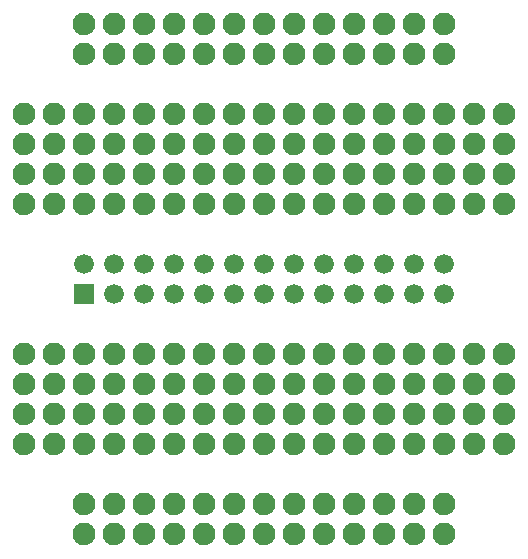
<source format=gbr>
G04 EAGLE Gerber RS-274X export*
G75*
%MOMM*%
%FSLAX34Y34*%
%LPD*%
%INTop Copper*%
%IPPOS*%
%AMOC8*
5,1,8,0,0,1.08239X$1,22.5*%
G01*
%ADD10R,1.676400X1.676400*%
%ADD11C,1.676400*%
%ADD12C,1.930400*%


D10*
X-152400Y-12700D03*
D11*
X-152400Y12700D03*
X-127000Y-12700D03*
X-127000Y12700D03*
X-101600Y-12700D03*
X-101600Y12700D03*
X-76200Y-12700D03*
X-76200Y12700D03*
X-50800Y-12700D03*
X-50800Y12700D03*
X-25400Y-12700D03*
X-25400Y12700D03*
X0Y-12700D03*
X0Y12700D03*
X25400Y-12700D03*
X25400Y12700D03*
X50800Y-12700D03*
X50800Y12700D03*
X76200Y-12700D03*
X76200Y12700D03*
X101600Y-12700D03*
X101600Y12700D03*
X127000Y-12700D03*
X127000Y12700D03*
X152400Y-12700D03*
X152400Y12700D03*
D12*
X177800Y-139700D03*
X177800Y-114300D03*
X177800Y-88900D03*
X177800Y-63500D03*
X203200Y-139700D03*
X203200Y-114300D03*
X203200Y-88900D03*
X203200Y-63500D03*
X-203200Y-139700D03*
X-203200Y-114300D03*
X-203200Y-88900D03*
X-203200Y-63500D03*
X-177800Y-139700D03*
X-177800Y-114300D03*
X-177800Y-88900D03*
X-177800Y-63500D03*
X-152400Y-190500D03*
X-127000Y-190500D03*
X-101600Y-190500D03*
X-76200Y-190500D03*
X-50800Y-190500D03*
X-25400Y-190500D03*
X0Y-190500D03*
X25400Y-190500D03*
X50800Y-190500D03*
X76200Y-190500D03*
X101600Y-190500D03*
X127000Y-190500D03*
X152400Y-190500D03*
X-152400Y-215900D03*
X-127000Y-215900D03*
X-101600Y-215900D03*
X-76200Y-215900D03*
X-50800Y-215900D03*
X-25400Y-215900D03*
X0Y-215900D03*
X25400Y-215900D03*
X50800Y-215900D03*
X76200Y-215900D03*
X101600Y-215900D03*
X127000Y-215900D03*
X152400Y-215900D03*
X-177800Y139700D03*
X-177800Y114300D03*
X-177800Y88900D03*
X-177800Y63500D03*
X-203200Y139700D03*
X-203200Y114300D03*
X-203200Y88900D03*
X-203200Y63500D03*
X203200Y139700D03*
X203200Y114300D03*
X203200Y88900D03*
X203200Y63500D03*
X177800Y139700D03*
X177800Y114300D03*
X177800Y88900D03*
X177800Y63500D03*
X152400Y190500D03*
X127000Y190500D03*
X101600Y190500D03*
X76200Y190500D03*
X50800Y190500D03*
X0Y190500D03*
X25400Y190500D03*
X-25400Y190500D03*
X-50800Y190500D03*
X-76200Y190500D03*
X-101600Y190500D03*
X-127000Y190500D03*
X-152400Y190500D03*
X152400Y215900D03*
X127000Y215900D03*
X101600Y215900D03*
X76200Y215900D03*
X50800Y215900D03*
X0Y215900D03*
X25400Y215900D03*
X-25400Y215900D03*
X-50800Y215900D03*
X-76200Y215900D03*
X-101600Y215900D03*
X-127000Y215900D03*
X-152400Y215900D03*
X-152400Y139700D03*
X-152400Y114300D03*
X-152400Y88900D03*
X-152400Y63500D03*
X-127000Y139700D03*
X-127000Y114300D03*
X-127000Y88900D03*
X-127000Y63500D03*
X-101600Y139700D03*
X-101600Y114300D03*
X-101600Y88900D03*
X-101600Y63500D03*
X-76200Y139700D03*
X-76200Y114300D03*
X-76200Y88900D03*
X-76200Y63500D03*
X-50800Y139700D03*
X-50800Y114300D03*
X-50800Y88900D03*
X-50800Y63500D03*
X-25400Y139700D03*
X-25400Y114300D03*
X-25400Y88900D03*
X-25400Y63500D03*
X0Y139700D03*
X0Y114300D03*
X0Y88900D03*
X0Y63500D03*
X50800Y139700D03*
X50800Y114300D03*
X50800Y88900D03*
X50800Y63500D03*
X25400Y139700D03*
X25400Y114300D03*
X25400Y88900D03*
X25400Y63500D03*
X76200Y139700D03*
X76200Y114300D03*
X76200Y88900D03*
X76200Y63500D03*
X101600Y139700D03*
X101600Y114300D03*
X101600Y88900D03*
X101600Y63500D03*
X127000Y139700D03*
X127000Y114300D03*
X127000Y88900D03*
X127000Y63500D03*
X152400Y139700D03*
X152400Y114300D03*
X152400Y88900D03*
X152400Y63500D03*
X-152400Y-139700D03*
X-152400Y-114300D03*
X-152400Y-88900D03*
X-152400Y-63500D03*
X-127000Y-139700D03*
X-127000Y-114300D03*
X-127000Y-88900D03*
X-127000Y-63500D03*
X-101600Y-139700D03*
X-101600Y-114300D03*
X-101600Y-88900D03*
X-101600Y-63500D03*
X-76200Y-139700D03*
X-76200Y-114300D03*
X-76200Y-88900D03*
X-76200Y-63500D03*
X-50800Y-139700D03*
X-50800Y-114300D03*
X-50800Y-88900D03*
X-50800Y-63500D03*
X-25400Y-139700D03*
X-25400Y-114300D03*
X-25400Y-88900D03*
X-25400Y-63500D03*
X0Y-139700D03*
X0Y-114300D03*
X0Y-88900D03*
X0Y-63500D03*
X25400Y-139700D03*
X25400Y-114300D03*
X25400Y-88900D03*
X25400Y-63500D03*
X50800Y-139700D03*
X50800Y-114300D03*
X50800Y-88900D03*
X50800Y-63500D03*
X76200Y-139700D03*
X76200Y-114300D03*
X76200Y-88900D03*
X76200Y-63500D03*
X101600Y-139700D03*
X101600Y-114300D03*
X101600Y-88900D03*
X101600Y-63500D03*
X127000Y-139700D03*
X127000Y-114300D03*
X127000Y-88900D03*
X127000Y-63500D03*
X152400Y-139700D03*
X152400Y-114300D03*
X152400Y-88900D03*
X152400Y-63500D03*
M02*

</source>
